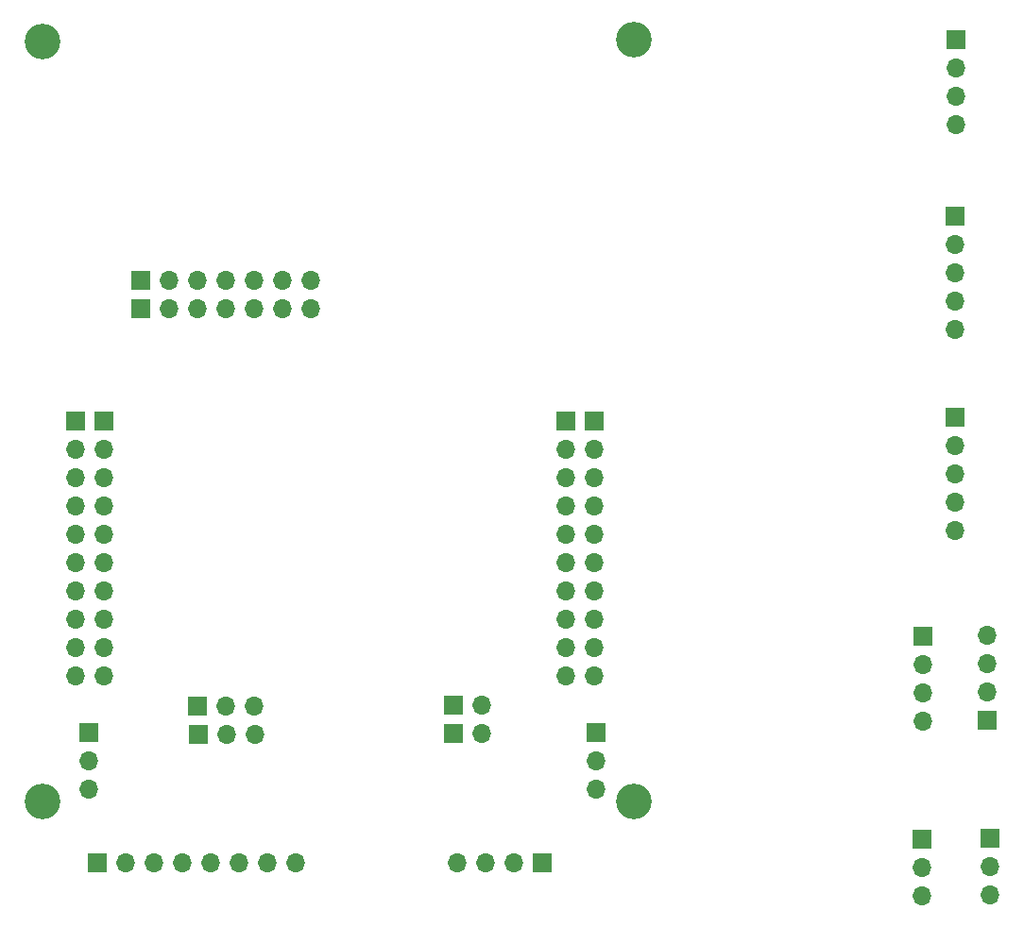
<source format=gbr>
%TF.GenerationSoftware,KiCad,Pcbnew,(6.0.9)*%
%TF.CreationDate,2023-05-03T01:49:20-07:00*%
%TF.ProjectId,Air-Quality-PCB,4169722d-5175-4616-9c69-74792d504342,rev?*%
%TF.SameCoordinates,Original*%
%TF.FileFunction,Soldermask,Bot*%
%TF.FilePolarity,Negative*%
%FSLAX46Y46*%
G04 Gerber Fmt 4.6, Leading zero omitted, Abs format (unit mm)*
G04 Created by KiCad (PCBNEW (6.0.9)) date 2023-05-03 01:49:20*
%MOMM*%
%LPD*%
G01*
G04 APERTURE LIST*
%ADD10R,1.700000X1.700000*%
%ADD11O,1.700000X1.700000*%
%ADD12C,3.200000*%
G04 APERTURE END LIST*
D10*
%TO.C,J11*%
X156960000Y-96500000D03*
D11*
X156960000Y-99040000D03*
X156960000Y-101580000D03*
X156960000Y-104120000D03*
X156960000Y-106660000D03*
X156960000Y-109200000D03*
X156960000Y-111740000D03*
X156960000Y-114280000D03*
X156960000Y-116820000D03*
X156960000Y-119360000D03*
%TD*%
D10*
%TO.C,J13*%
X159510000Y-96500000D03*
D11*
X159510000Y-99040000D03*
X159510000Y-101580000D03*
X159510000Y-104120000D03*
X159510000Y-106660000D03*
X159510000Y-109200000D03*
X159510000Y-111740000D03*
X159510000Y-114280000D03*
X159510000Y-116820000D03*
X159510000Y-119360000D03*
%TD*%
D10*
%TO.C,J5*%
X123965000Y-122030000D03*
D11*
X126505000Y-122030000D03*
X129045000Y-122030000D03*
%TD*%
%TO.C,J10*%
X149435000Y-121990000D03*
D10*
X146895000Y-121990000D03*
%TD*%
D11*
%TO.C,J12*%
X149440000Y-124540000D03*
D10*
X146900000Y-124540000D03*
%TD*%
%TO.C,J14*%
X159620000Y-124460000D03*
D11*
X159620000Y-127000000D03*
X159620000Y-129540000D03*
%TD*%
D10*
%TO.C,J2*%
X112990000Y-96480000D03*
D11*
X112990000Y-99020000D03*
X112990000Y-101560000D03*
X112990000Y-104100000D03*
X112990000Y-106640000D03*
X112990000Y-109180000D03*
X112990000Y-111720000D03*
X112990000Y-114260000D03*
X112990000Y-116800000D03*
X112990000Y-119340000D03*
%TD*%
%TO.C,J4*%
X115530000Y-119340000D03*
X115530000Y-116800000D03*
X115530000Y-114260000D03*
X115530000Y-111720000D03*
X115530000Y-109180000D03*
X115530000Y-106640000D03*
X115530000Y-104100000D03*
X115530000Y-101560000D03*
X115530000Y-99020000D03*
D10*
X115530000Y-96480000D03*
%TD*%
%TO.C,J8*%
X118835000Y-86400000D03*
D11*
X121375000Y-86400000D03*
X123915000Y-86400000D03*
X126455000Y-86400000D03*
X128995000Y-86400000D03*
X131535000Y-86400000D03*
X134075000Y-86400000D03*
%TD*%
D10*
%TO.C,J7*%
X118850000Y-83870000D03*
D11*
X121390000Y-83870000D03*
X123930000Y-83870000D03*
X126470000Y-83870000D03*
X129010000Y-83870000D03*
X131550000Y-83870000D03*
X134090000Y-83870000D03*
%TD*%
D10*
%TO.C,J1*%
X114160000Y-124460000D03*
D11*
X114160000Y-127000000D03*
X114160000Y-129540000D03*
%TD*%
D12*
%TO.C,H1*%
X110060000Y-62410000D03*
%TD*%
D10*
%TO.C,J16*%
X188920000Y-115770000D03*
D11*
X188920000Y-118310000D03*
X188920000Y-120850000D03*
X188920000Y-123390000D03*
%TD*%
D10*
%TO.C,J20*%
X194700000Y-123340000D03*
D11*
X194700000Y-120800000D03*
X194700000Y-118260000D03*
X194700000Y-115720000D03*
%TD*%
%TO.C,J3*%
X132695000Y-136090000D03*
X130155000Y-136090000D03*
X127615000Y-136090000D03*
X125075000Y-136090000D03*
X122535000Y-136090000D03*
X119995000Y-136090000D03*
X117455000Y-136090000D03*
D10*
X114915000Y-136090000D03*
%TD*%
D12*
%TO.C,H4*%
X163060000Y-62310000D03*
%TD*%
%TO.C,H3*%
X110020000Y-130590000D03*
%TD*%
D10*
%TO.C,J21*%
X194960000Y-133915000D03*
D11*
X194960000Y-136455000D03*
X194960000Y-138995000D03*
%TD*%
D10*
%TO.C,J15*%
X188880000Y-133955000D03*
D11*
X188880000Y-136495000D03*
X188880000Y-139035000D03*
%TD*%
D10*
%TO.C,J19*%
X191815000Y-78150000D03*
D11*
X191815000Y-80690000D03*
X191815000Y-83230000D03*
X191815000Y-85770000D03*
X191815000Y-88310000D03*
%TD*%
D10*
%TO.C,J18*%
X191835000Y-96140000D03*
D11*
X191835000Y-98680000D03*
X191835000Y-101220000D03*
X191835000Y-103760000D03*
X191835000Y-106300000D03*
%TD*%
%TO.C,J17*%
X191920000Y-69880000D03*
X191920000Y-67340000D03*
X191920000Y-64800000D03*
D10*
X191920000Y-62260000D03*
%TD*%
%TO.C,J9*%
X154820000Y-136090000D03*
D11*
X152280000Y-136090000D03*
X149740000Y-136090000D03*
X147200000Y-136090000D03*
%TD*%
D12*
%TO.C,H2*%
X163060000Y-130580000D03*
%TD*%
D11*
%TO.C,J6*%
X129055000Y-124580000D03*
X126515000Y-124580000D03*
D10*
X123975000Y-124580000D03*
%TD*%
M02*

</source>
